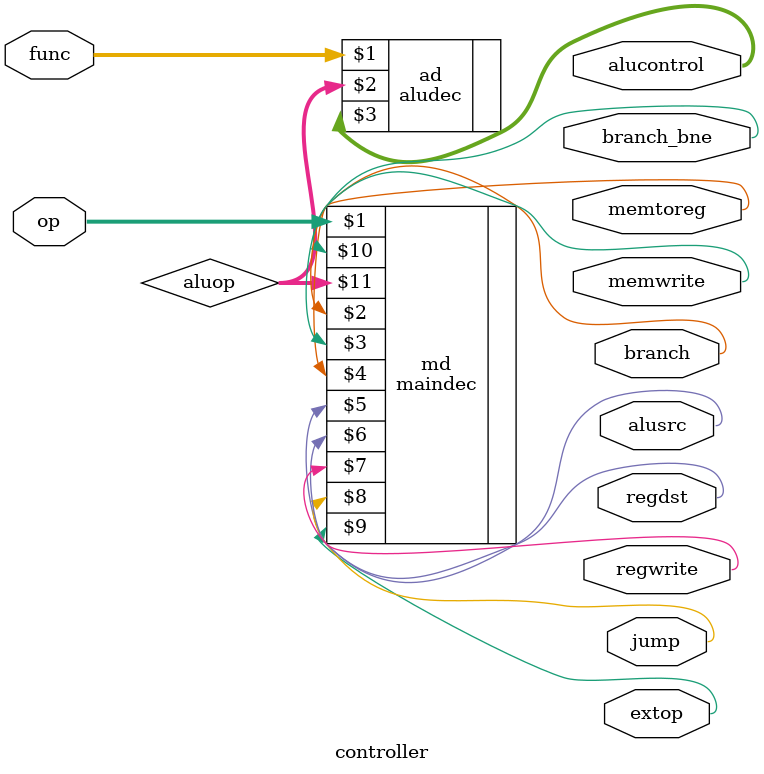
<source format=sv>
module controller(input logic [5:0] op, func,
                  output logic memtoreg, memwrite,
                  output logic branch, alusrc,
                  output logic regdst, regwrite,
                  output logic jump,
                  output logic extop,
                  output logic branch_bne,
                  output logic [2:0] alucontrol
                  );
                  
    logic [2:0] aluop;
    
    maindec md(op, memtoreg, memwrite, branch, alusrc, regdst, regwrite, jump, extop, branch_bne, aluop);
    
    aludec ad(func, aluop, alucontrol);

endmodule

</source>
